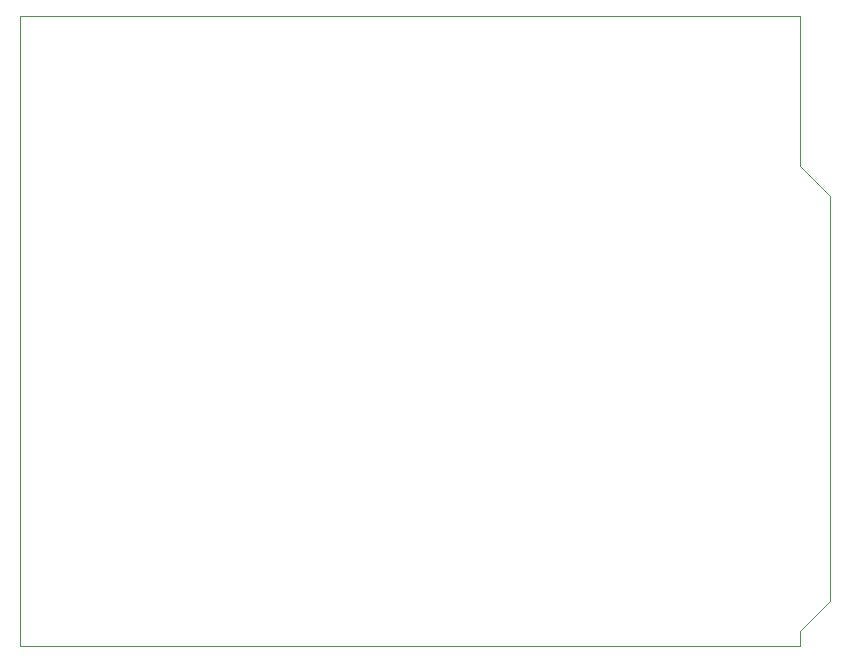
<source format=gbr>
G04*
G04 #@! TF.GenerationSoftware,Altium Limited,Altium Designer,23.0.1 (38)*
G04*
G04 Layer_Color=0*
%FSLAX44Y44*%
%MOMM*%
G71*
G04*
G04 #@! TF.SameCoordinates,64DEC9DB-233E-40C6-88A2-80678BC6FC1E*
G04*
G04*
G04 #@! TF.FilePolarity,Positive*
G04*
G01*
G75*
%ADD35C,0.0254*%
D35*
X0Y0D02*
Y533400D01*
X660400D01*
Y406400D01*
X685800Y381000D01*
X685800Y38100D01*
X660400Y12700D01*
Y0D01*
X0D01*
M02*

</source>
